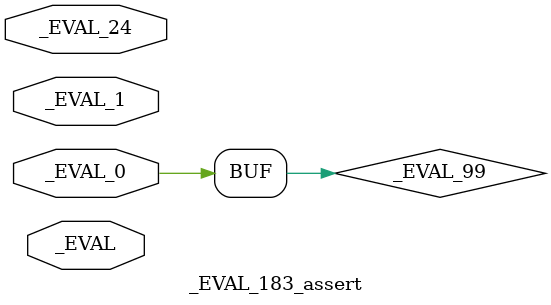
<source format=sv>
module _EVAL_183_assert(
  input        _EVAL,
  input        _EVAL_0,
  input        _EVAL_1,
  input  [3:0] _EVAL_24
);
  wire  _EVAL_3;
  wire  _EVAL_6;
  wire  _EVAL_8;
  wire  _EVAL_9;
  wire  _EVAL_10;
  wire  _EVAL_11;
  wire  _EVAL_12;
  wire  _EVAL_14;
  wire  _EVAL_17;
  wire  _EVAL_18;
  wire  _EVAL_19;
  wire  _EVAL_20;
  wire  _EVAL_21;
  wire  _EVAL_25;
  wire  _EVAL_26;
  wire  _EVAL_27;
  wire  _EVAL_29;
  wire  _EVAL_30;
  wire  _EVAL_31;
  wire  _EVAL_34;
  wire  _EVAL_35;
  wire  _EVAL_36;
  wire  _EVAL_38;
  wire  _EVAL_39;
  wire  _EVAL_41;
  wire  _EVAL_42;
  wire  _EVAL_43;
  wire  _EVAL_49;
  wire  _EVAL_50;
  wire  _EVAL_51;
  wire  _EVAL_53;
  wire  _EVAL_56;
  wire  _EVAL_58;
  wire  _EVAL_63;
  wire  _EVAL_64;
  wire  _EVAL_65;
  wire  _EVAL_68;
  wire  _EVAL_69;
  wire  _EVAL_71;
  wire  _EVAL_73;
  wire  _EVAL_76;
  wire  _EVAL_78;
  wire  _EVAL_79;
  wire  _EVAL_82;
  wire  _EVAL_83;
  wire  _EVAL_84;
  wire  _EVAL_85;
  wire  _EVAL_86;
  wire  _EVAL_88;
  wire  _EVAL_90;
  wire  _EVAL_92;
  wire  _EVAL_95;
  wire  _EVAL_96;
  wire  _EVAL_97;
  wire  _EVAL_98;
  wire  _EVAL_99;
  wire  _EVAL_101;
  wire  _EVAL_102;
  wire  _EVAL_104;
  wire  _EVAL_106;
  wire  _EVAL_107;
  wire  _EVAL_108;
  wire  _EVAL_109;
  wire  _EVAL_110;
  wire  _EVAL_111;
  wire  _EVAL_112;
  wire  _EVAL_113;
  assign _EVAL_42 = _EVAL_95 & _EVAL_99;
  assign _EVAL_58 = _EVAL_11 & _EVAL;
  assign _EVAL_108 = _EVAL_39 & _EVAL_53;
  assign _EVAL_34 = _EVAL_104 & _EVAL;
  assign _EVAL_110 = _EVAL_102 & _EVAL_53;
  assign _EVAL_68 = _EVAL_84 & _EVAL_53;
  assign _EVAL_84 = _EVAL_24 == 4'h2;
  assign _EVAL_25 = _EVAL_84 & _EVAL;
  assign _EVAL_38 = _EVAL_14 & _EVAL_53;
  assign _EVAL_79 = _EVAL_43 & _EVAL;
  assign _EVAL_17 = _EVAL_36 & _EVAL_53;
  assign _EVAL_50 = _EVAL_112 & _EVAL_99;
  assign _EVAL_90 = _EVAL_39 & _EVAL_99;
  assign _EVAL_35 = _EVAL_71 & _EVAL_99;
  assign _EVAL_12 = _EVAL_43 & _EVAL_99;
  assign _EVAL_3 = _EVAL_109 & _EVAL;
  assign _EVAL_21 = _EVAL_112 & _EVAL;
  assign _EVAL_26 = ~_EVAL_99;
  assign _EVAL_14 = _EVAL_24 == 4'hf;
  assign _EVAL_113 = _EVAL_11 & _EVAL_99;
  assign _EVAL_36 = _EVAL_24 == 4'h3;
  assign _EVAL_102 = _EVAL_24 == 4'h1;
  assign _EVAL_99 = _EVAL_0;
  assign _EVAL_9 = _EVAL_24 == 4'hb;
  assign _EVAL_64 = _EVAL_18 & _EVAL_53;
  assign _EVAL_65 = _EVAL_104 & _EVAL_53;
  assign _EVAL_112 = _EVAL_24 == 4'h5;
  assign _EVAL_69 = _EVAL_111 & _EVAL_53;
  assign _EVAL_39 = _EVAL_24 == 4'h9;
  assign _EVAL_97 = _EVAL_43 & _EVAL_53;
  assign _EVAL_18 = _EVAL_24 == 4'hd;
  assign _EVAL_6 = _EVAL_18 & _EVAL_99;
  assign _EVAL_95 = _EVAL_24 == 4'hc;
  assign _EVAL_73 = _EVAL_36 & _EVAL_99;
  assign _EVAL_19 = _EVAL_71 & _EVAL_53;
  assign _EVAL_8 = _EVAL_9 & _EVAL_99;
  assign _EVAL_85 = _EVAL_102 & _EVAL;
  assign _EVAL_86 = _EVAL_11 & _EVAL_53;
  assign _EVAL_10 = _EVAL_9 & _EVAL_53;
  assign _EVAL_98 = _EVAL_24 == 4'h6;
  assign _EVAL_106 = _EVAL_95 & _EVAL;
  assign _EVAL_78 = _EVAL_98 & _EVAL_53;
  assign _EVAL_96 = _EVAL_84 & _EVAL_99;
  assign _EVAL_20 = _EVAL_112 & _EVAL_53;
  assign _EVAL_63 = _EVAL_111 & _EVAL_99;
  assign _EVAL_82 = _EVAL_102 & _EVAL_99;
  assign _EVAL_101 = _EVAL_104 & _EVAL_99;
  assign _EVAL_107 = _EVAL_9 & _EVAL;
  assign _EVAL_30 = _EVAL_98 & _EVAL_99;
  assign _EVAL_31 = _EVAL_98 & _EVAL;
  assign _EVAL_88 = _EVAL_14 & _EVAL;
  assign _EVAL_92 = _EVAL_18 & _EVAL;
  assign _EVAL_51 = _EVAL_39 & _EVAL;
  assign _EVAL_41 = _EVAL_109 & _EVAL_53;
  assign _EVAL_83 = _EVAL_71 & _EVAL;
  assign _EVAL_71 = _EVAL_24 == 4'ha;
  assign _EVAL_111 = _EVAL_24 == 4'h7;
  assign _EVAL_104 = _EVAL_24 == 4'h8;
  assign _EVAL_49 = _EVAL_95 & _EVAL_53;
  assign _EVAL_56 = _EVAL_36 & _EVAL;
  assign _EVAL_109 = _EVAL_24 == 4'he;
  assign _EVAL_53 = ~_EVAL;
  assign _EVAL_11 = _EVAL_24 == 4'h4;
  assign _EVAL_43 = _EVAL_24 == 4'h0;
  assign _EVAL_76 = _EVAL_109 & _EVAL_99;
  assign _EVAL_29 = _EVAL_111 & _EVAL;
  assign _EVAL_27 = _EVAL_14 & _EVAL_99;
  always @(posedge _EVAL_1) begin
    `ifndef SYNTHESIS
    `ifdef PRINTF_COND
      if (`PRINTF_COND) begin
    `endif
        if (_EVAL_50 & _EVAL_26) begin
          $fwrite(32'h80000002,"Obfuscated Simulation Output(23209941)\n");
        end
    `ifdef PRINTF_COND
      end
    `endif
    `endif // SYNTHESIS
    `ifndef SYNTHESIS
    `ifdef PRINTF_COND
      if (`PRINTF_COND) begin
    `endif
        if (_EVAL_25 & _EVAL_26) begin
          $fwrite(32'h80000002,"Obfuscated Simulation Output(cbd14242)\n");
        end
    `ifdef PRINTF_COND
      end
    `endif
    `endif // SYNTHESIS
    `ifndef SYNTHESIS
    `ifdef PRINTF_COND
      if (`PRINTF_COND) begin
    `endif
        if (_EVAL_69 & _EVAL_26) begin
          $fwrite(32'h80000002,"Obfuscated Simulation Output(4063409c)\n");
        end
    `ifdef PRINTF_COND
      end
    `endif
    `endif // SYNTHESIS
    `ifndef SYNTHESIS
    `ifdef PRINTF_COND
      if (`PRINTF_COND) begin
    `endif
        if (_EVAL_101 & _EVAL_26) begin
          $fwrite(32'h80000002,"Obfuscated Simulation Output(9354c8a)\n");
        end
    `ifdef PRINTF_COND
      end
    `endif
    `endif // SYNTHESIS
    `ifndef SYNTHESIS
    `ifdef PRINTF_COND
      if (`PRINTF_COND) begin
    `endif
        if (_EVAL_10 & _EVAL_26) begin
          $fwrite(32'h80000002,"Obfuscated Simulation Output(cec7298a)\n");
        end
    `ifdef PRINTF_COND
      end
    `endif
    `endif // SYNTHESIS
    `ifndef SYNTHESIS
    `ifdef PRINTF_COND
      if (`PRINTF_COND) begin
    `endif
        if (_EVAL_79 & _EVAL_26) begin
          $fwrite(32'h80000002,"Obfuscated Simulation Output(564e0447)\n");
        end
    `ifdef PRINTF_COND
      end
    `endif
    `endif // SYNTHESIS
    `ifndef SYNTHESIS
    `ifdef PRINTF_COND
      if (`PRINTF_COND) begin
    `endif
        if (_EVAL_30 & _EVAL_26) begin
          $fwrite(32'h80000002,"Obfuscated Simulation Output(240b2c8c)\n");
        end
    `ifdef PRINTF_COND
      end
    `endif
    `endif // SYNTHESIS
    `ifndef SYNTHESIS
    `ifdef PRINTF_COND
      if (`PRINTF_COND) begin
    `endif
        if (_EVAL_83 & _EVAL_26) begin
          $fwrite(32'h80000002,"Obfuscated Simulation Output(56d5add3)\n");
        end
    `ifdef PRINTF_COND
      end
    `endif
    `endif // SYNTHESIS
    `ifndef SYNTHESIS
    `ifdef PRINTF_COND
      if (`PRINTF_COND) begin
    `endif
        if (_EVAL_27 & _EVAL_26) begin
          $fwrite(32'h80000002,"Obfuscated Simulation Output(762d94a)\n");
        end
    `ifdef PRINTF_COND
      end
    `endif
    `endif // SYNTHESIS
    `ifndef SYNTHESIS
    `ifdef PRINTF_COND
      if (`PRINTF_COND) begin
    `endif
        if (_EVAL_107 & _EVAL_26) begin
          $fwrite(32'h80000002,"Obfuscated Simulation Output(9fd1fc89)\n");
        end
    `ifdef PRINTF_COND
      end
    `endif
    `endif // SYNTHESIS
    `ifndef SYNTHESIS
    `ifdef PRINTF_COND
      if (`PRINTF_COND) begin
    `endif
        if (_EVAL_110 & _EVAL_26) begin
          $fwrite(32'h80000002,"Obfuscated Simulation Output(95776544)\n");
        end
    `ifdef PRINTF_COND
      end
    `endif
    `endif // SYNTHESIS
    `ifndef SYNTHESIS
    `ifdef PRINTF_COND
      if (`PRINTF_COND) begin
    `endif
        if (_EVAL_19 & _EVAL_26) begin
          $fwrite(32'h80000002,"Obfuscated Simulation Output(f34e1981)\n");
        end
    `ifdef PRINTF_COND
      end
    `endif
    `endif // SYNTHESIS
    `ifndef SYNTHESIS
    `ifdef PRINTF_COND
      if (`PRINTF_COND) begin
    `endif
        if (_EVAL_78 & _EVAL_26) begin
          $fwrite(32'h80000002,"Obfuscated Simulation Output(72ea99fc)\n");
        end
    `ifdef PRINTF_COND
      end
    `endif
    `endif // SYNTHESIS
    `ifndef SYNTHESIS
    `ifdef PRINTF_COND
      if (`PRINTF_COND) begin
    `endif
        if (_EVAL_85 & _EVAL_26) begin
          $fwrite(32'h80000002,"Obfuscated Simulation Output(19cccdf8)\n");
        end
    `ifdef PRINTF_COND
      end
    `endif
    `endif // SYNTHESIS
    `ifndef SYNTHESIS
    `ifdef PRINTF_COND
      if (`PRINTF_COND) begin
    `endif
        if (_EVAL_51 & _EVAL_26) begin
          $fwrite(32'h80000002,"Obfuscated Simulation Output(d6c7c3d8)\n");
        end
    `ifdef PRINTF_COND
      end
    `endif
    `endif // SYNTHESIS
    `ifndef SYNTHESIS
    `ifdef PRINTF_COND
      if (`PRINTF_COND) begin
    `endif
        if (_EVAL_42 & _EVAL_26) begin
          $fwrite(32'h80000002,"Obfuscated Simulation Output(3b1b230c)\n");
        end
    `ifdef PRINTF_COND
      end
    `endif
    `endif // SYNTHESIS
    `ifndef SYNTHESIS
    `ifdef PRINTF_COND
      if (`PRINTF_COND) begin
    `endif
        if (_EVAL_31 & _EVAL_26) begin
          $fwrite(32'h80000002,"Obfuscated Simulation Output(fb95267)\n");
        end
    `ifdef PRINTF_COND
      end
    `endif
    `endif // SYNTHESIS
    `ifndef SYNTHESIS
    `ifdef PRINTF_COND
      if (`PRINTF_COND) begin
    `endif
        if (_EVAL_6 & _EVAL_26) begin
          $fwrite(32'h80000002,"Obfuscated Simulation Output(c93f6fcb)\n");
        end
    `ifdef PRINTF_COND
      end
    `endif
    `endif // SYNTHESIS
    `ifndef SYNTHESIS
    `ifdef PRINTF_COND
      if (`PRINTF_COND) begin
    `endif
        if (_EVAL_3 & _EVAL_26) begin
          $fwrite(32'h80000002,"Obfuscated Simulation Output(54eb487c)\n");
        end
    `ifdef PRINTF_COND
      end
    `endif
    `endif // SYNTHESIS
    `ifndef SYNTHESIS
    `ifdef PRINTF_COND
      if (`PRINTF_COND) begin
    `endif
        if (_EVAL_35 & _EVAL_26) begin
          $fwrite(32'h80000002,"Obfuscated Simulation Output(fa49f817)\n");
        end
    `ifdef PRINTF_COND
      end
    `endif
    `endif // SYNTHESIS
    `ifndef SYNTHESIS
    `ifdef PRINTF_COND
      if (`PRINTF_COND) begin
    `endif
        if (_EVAL_58 & _EVAL_26) begin
          $fwrite(32'h80000002,"Obfuscated Simulation Output(d494e55a)\n");
        end
    `ifdef PRINTF_COND
      end
    `endif
    `endif // SYNTHESIS
    `ifndef SYNTHESIS
    `ifdef PRINTF_COND
      if (`PRINTF_COND) begin
    `endif
        if (_EVAL_82 & _EVAL_26) begin
          $fwrite(32'h80000002,"Obfuscated Simulation Output(c6f7736d)\n");
        end
    `ifdef PRINTF_COND
      end
    `endif
    `endif // SYNTHESIS
    `ifndef SYNTHESIS
    `ifdef PRINTF_COND
      if (`PRINTF_COND) begin
    `endif
        if (_EVAL_49 & _EVAL_26) begin
          $fwrite(32'h80000002,"Obfuscated Simulation Output(8282d629)\n");
        end
    `ifdef PRINTF_COND
      end
    `endif
    `endif // SYNTHESIS
    `ifndef SYNTHESIS
    `ifdef PRINTF_COND
      if (`PRINTF_COND) begin
    `endif
        if (_EVAL_21 & _EVAL_26) begin
          $fwrite(32'h80000002,"Obfuscated Simulation Output(61d6fb31)\n");
        end
    `ifdef PRINTF_COND
      end
    `endif
    `endif // SYNTHESIS
    `ifndef SYNTHESIS
    `ifdef PRINTF_COND
      if (`PRINTF_COND) begin
    `endif
        if (_EVAL_88 & _EVAL_26) begin
          $fwrite(32'h80000002,"Obfuscated Simulation Output(1889f32b)\n");
        end
    `ifdef PRINTF_COND
      end
    `endif
    `endif // SYNTHESIS
    `ifndef SYNTHESIS
    `ifdef PRINTF_COND
      if (`PRINTF_COND) begin
    `endif
        if (_EVAL_96 & _EVAL_26) begin
          $fwrite(32'h80000002,"Obfuscated Simulation Output(5f1bba4)\n");
        end
    `ifdef PRINTF_COND
      end
    `endif
    `endif // SYNTHESIS
    `ifndef SYNTHESIS
    `ifdef PRINTF_COND
      if (`PRINTF_COND) begin
    `endif
        if (_EVAL_41 & _EVAL_26) begin
          $fwrite(32'h80000002,"Obfuscated Simulation Output(b978e73b)\n");
        end
    `ifdef PRINTF_COND
      end
    `endif
    `endif // SYNTHESIS
    `ifndef SYNTHESIS
    `ifdef PRINTF_COND
      if (`PRINTF_COND) begin
    `endif
        if (_EVAL_108 & _EVAL_26) begin
          $fwrite(32'h80000002,"Obfuscated Simulation Output(6d256f12)\n");
        end
    `ifdef PRINTF_COND
      end
    `endif
    `endif // SYNTHESIS
    `ifndef SYNTHESIS
    `ifdef PRINTF_COND
      if (`PRINTF_COND) begin
    `endif
        if (_EVAL_12 & _EVAL_26) begin
          $fwrite(32'h80000002,"Obfuscated Simulation Output(9c456feb)\n");
        end
    `ifdef PRINTF_COND
      end
    `endif
    `endif // SYNTHESIS
    `ifndef SYNTHESIS
    `ifdef PRINTF_COND
      if (`PRINTF_COND) begin
    `endif
        if (_EVAL_76 & _EVAL_26) begin
          $fwrite(32'h80000002,"Obfuscated Simulation Output(e84c7f70)\n");
        end
    `ifdef PRINTF_COND
      end
    `endif
    `endif // SYNTHESIS
    `ifndef SYNTHESIS
    `ifdef PRINTF_COND
      if (`PRINTF_COND) begin
    `endif
        if (_EVAL_92 & _EVAL_26) begin
          $fwrite(32'h80000002,"Obfuscated Simulation Output(a16adac5)\n");
        end
    `ifdef PRINTF_COND
      end
    `endif
    `endif // SYNTHESIS
    `ifndef SYNTHESIS
    `ifdef PRINTF_COND
      if (`PRINTF_COND) begin
    `endif
        if (_EVAL_8 & _EVAL_26) begin
          $fwrite(32'h80000002,"Obfuscated Simulation Output(9bc134fb)\n");
        end
    `ifdef PRINTF_COND
      end
    `endif
    `endif // SYNTHESIS
    `ifndef SYNTHESIS
    `ifdef PRINTF_COND
      if (`PRINTF_COND) begin
    `endif
        if (_EVAL_38 & _EVAL_26) begin
          $fwrite(32'h80000002,"Obfuscated Simulation Output(c5f0a6b5)\n");
        end
    `ifdef PRINTF_COND
      end
    `endif
    `endif // SYNTHESIS
    `ifndef SYNTHESIS
    `ifdef PRINTF_COND
      if (`PRINTF_COND) begin
    `endif
        if (_EVAL_29 & _EVAL_26) begin
          $fwrite(32'h80000002,"Obfuscated Simulation Output(d997b4fe)\n");
        end
    `ifdef PRINTF_COND
      end
    `endif
    `endif // SYNTHESIS
    `ifndef SYNTHESIS
    `ifdef PRINTF_COND
      if (`PRINTF_COND) begin
    `endif
        if (_EVAL_86 & _EVAL_26) begin
          $fwrite(32'h80000002,"Obfuscated Simulation Output(44a67fee)\n");
        end
    `ifdef PRINTF_COND
      end
    `endif
    `endif // SYNTHESIS
    `ifndef SYNTHESIS
    `ifdef PRINTF_COND
      if (`PRINTF_COND) begin
    `endif
        if (_EVAL_73 & _EVAL_26) begin
          $fwrite(32'h80000002,"Obfuscated Simulation Output(8362fc97)\n");
        end
    `ifdef PRINTF_COND
      end
    `endif
    `endif // SYNTHESIS
    `ifndef SYNTHESIS
    `ifdef PRINTF_COND
      if (`PRINTF_COND) begin
    `endif
        if (_EVAL_106 & _EVAL_26) begin
          $fwrite(32'h80000002,"Obfuscated Simulation Output(6551f21)\n");
        end
    `ifdef PRINTF_COND
      end
    `endif
    `endif // SYNTHESIS
    `ifndef SYNTHESIS
    `ifdef PRINTF_COND
      if (`PRINTF_COND) begin
    `endif
        if (_EVAL_17 & _EVAL_26) begin
          $fwrite(32'h80000002,"Obfuscated Simulation Output(c2f6e18)\n");
        end
    `ifdef PRINTF_COND
      end
    `endif
    `endif // SYNTHESIS
    `ifndef SYNTHESIS
    `ifdef PRINTF_COND
      if (`PRINTF_COND) begin
    `endif
        if (_EVAL_65 & _EVAL_26) begin
          $fwrite(32'h80000002,"Obfuscated Simulation Output(b0a4a287)\n");
        end
    `ifdef PRINTF_COND
      end
    `endif
    `endif // SYNTHESIS
    `ifndef SYNTHESIS
    `ifdef PRINTF_COND
      if (`PRINTF_COND) begin
    `endif
        if (_EVAL_68 & _EVAL_26) begin
          $fwrite(32'h80000002,"Obfuscated Simulation Output(4f39bb7c)\n");
        end
    `ifdef PRINTF_COND
      end
    `endif
    `endif // SYNTHESIS
    `ifndef SYNTHESIS
    `ifdef PRINTF_COND
      if (`PRINTF_COND) begin
    `endif
        if (_EVAL_64 & _EVAL_26) begin
          $fwrite(32'h80000002,"Obfuscated Simulation Output(e6fec0b5)\n");
        end
    `ifdef PRINTF_COND
      end
    `endif
    `endif // SYNTHESIS
    `ifndef SYNTHESIS
    `ifdef PRINTF_COND
      if (`PRINTF_COND) begin
    `endif
        if (_EVAL_63 & _EVAL_26) begin
          $fwrite(32'h80000002,"Obfuscated Simulation Output(bdbf35)\n");
        end
    `ifdef PRINTF_COND
      end
    `endif
    `endif // SYNTHESIS
    `ifndef SYNTHESIS
    `ifdef PRINTF_COND
      if (`PRINTF_COND) begin
    `endif
        if (_EVAL_34 & _EVAL_26) begin
          $fwrite(32'h80000002,"Obfuscated Simulation Output(af7edd20)\n");
        end
    `ifdef PRINTF_COND
      end
    `endif
    `endif // SYNTHESIS
    `ifndef SYNTHESIS
    `ifdef PRINTF_COND
      if (`PRINTF_COND) begin
    `endif
        if (_EVAL_97 & _EVAL_26) begin
          $fwrite(32'h80000002,"Obfuscated Simulation Output(a49a7b2b)\n");
        end
    `ifdef PRINTF_COND
      end
    `endif
    `endif // SYNTHESIS
    `ifndef SYNTHESIS
    `ifdef PRINTF_COND
      if (`PRINTF_COND) begin
    `endif
        if (_EVAL_56 & _EVAL_26) begin
          $fwrite(32'h80000002,"Obfuscated Simulation Output(c6e8c898)\n");
        end
    `ifdef PRINTF_COND
      end
    `endif
    `endif // SYNTHESIS
    `ifndef SYNTHESIS
    `ifdef PRINTF_COND
      if (`PRINTF_COND) begin
    `endif
        if (_EVAL_90 & _EVAL_26) begin
          $fwrite(32'h80000002,"Obfuscated Simulation Output(397043f2)\n");
        end
    `ifdef PRINTF_COND
      end
    `endif
    `endif // SYNTHESIS
    `ifndef SYNTHESIS
    `ifdef PRINTF_COND
      if (`PRINTF_COND) begin
    `endif
        if (_EVAL_113 & _EVAL_26) begin
          $fwrite(32'h80000002,"Obfuscated Simulation Output(1b3d24d3)\n");
        end
    `ifdef PRINTF_COND
      end
    `endif
    `endif // SYNTHESIS
    `ifndef SYNTHESIS
    `ifdef PRINTF_COND
      if (`PRINTF_COND) begin
    `endif
        if (_EVAL_20 & _EVAL_26) begin
          $fwrite(32'h80000002,"Obfuscated Simulation Output(658e600b)\n");
        end
    `ifdef PRINTF_COND
      end
    `endif
    `endif // SYNTHESIS
  end

endmodule

</source>
